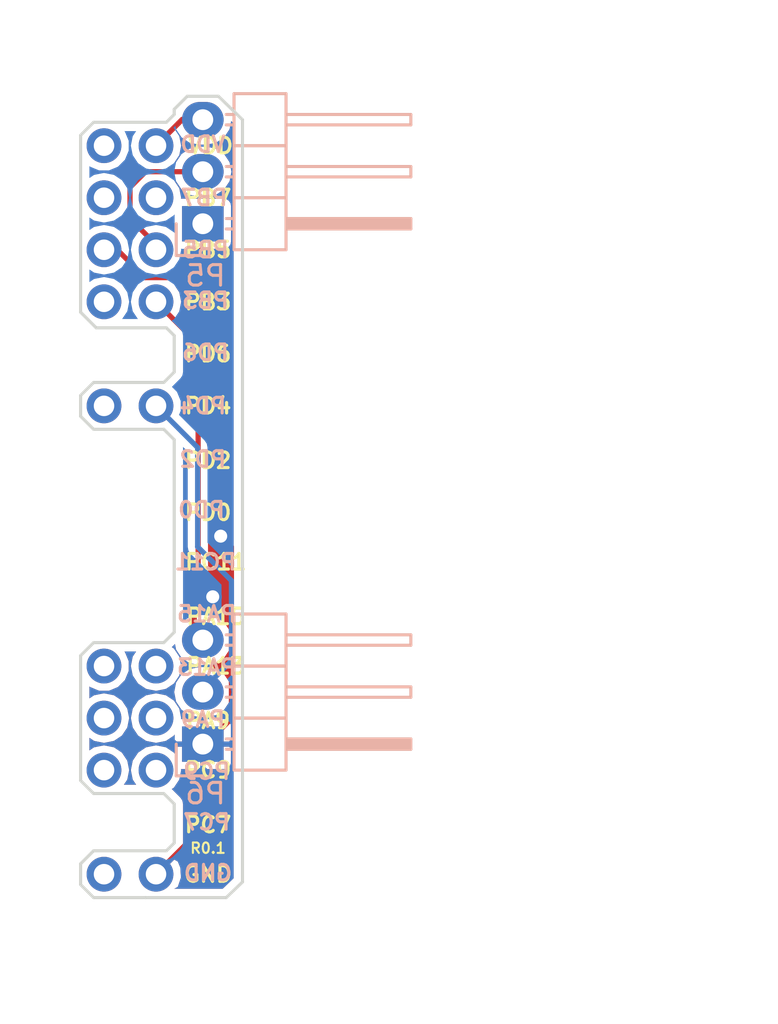
<source format=kicad_pcb>
(kicad_pcb (version 20221018) (generator pcbnew)
  (title_block (title "brain_board_STM32F407_SD_wing-it") (date "2017-01-22") (rev "R0.1") (company "rusEFI by DAECU"))
  (layers (0 "F.Cu" signal) (31 "B.Cu" signal) (34 "B.Paste" user) (35 "F.Paste" user) (36 "B.SilkS" user "B.Silkscreen") (37 "F.SilkS" user "F.Silkscreen") (38 "B.Mask" user) (39 "F.Mask" user) (44 "Edge.Cuts" user))
  (net 0 "")
  (net 1 "/PB3")
  (net 2 "/PB4")
  (net 3 "/PB5")
  (net 4 "/PD4")
  (net 5 "/VDD")
  (net 6 "GND")
  (footprint "Pin_Headers:Pin_Header_Straight_1x01_Pitch2.54mm" (layer "F.Cu") (at 144.78 131.572)
    (fp_text reference "P7" hide)
    (fp_text value "CONN_01X01" hide)
    (pad "1" thru_hole circle (at 0 0) (size 1.7 1.7) (drill 1) (layers "*.Cu" "*.Mask") (net 4 "/PD4"))
  )
  (footprint "Pin_Headers:Pin_Header_Straight_1x01_Pitch2.54mm" (layer "F.Cu") (at 144.78 154.432)
    (fp_text reference "P8" hide)
    (fp_text value "CONN_01X01" hide)
    (pad "1" thru_hole circle (at 0 0) (size 1.7 1.7) (drill 1) (layers "*.Cu" "*.Mask") (net 6 "GND"))
  )
  (footprint "Pin_Headers:Pin_Header_Straight_1x01_Pitch2.54mm" (layer "F.Cu") (at 142.24 131.572)
    (fp_text reference "P11" hide)
    (fp_text value "CONN_01X01" hide)
    (pad "1" thru_hole circle (at 0 0) (size 1.7 1.7) (drill 1) (layers "*.Cu" "*.Mask"))
  )
  (footprint "Pin_Headers:Pin_Header_Straight_1x01_Pitch2.54mm" (layer "F.Cu") (at 141.859 154.432)
    (fp_text reference "P12" hide)
    (fp_text value "CONN_01X01" hide)
    (pad "1" thru_hole circle (at 0.381 0) (size 1.7 1.7) (drill 1) (layers "*.Cu" "*.Mask"))
  )
  (footprint "Pin_Headers:Pin_Header_Straight_2x04_Pitch2.54mm" (layer "F.Cu") (at 142.24 118.872)
    (fp_text reference "P1" hide)
    (fp_text value "CONN_02X04" hide)
    (pad "1" thru_hole circle (at 0 0) (size 1.7 1.7) (drill 1) (layers "*.Cu" "*.Mask"))
    (pad "2" thru_hole oval (at 2.54 0) (size 1.7 1.7) (drill 1) (layers "*.Cu" "*.Mask") (net 5 "/VDD"))
    (pad "3" thru_hole oval (at 0 2.54) (size 1.7 1.7) (drill 1) (layers "*.Cu" "*.Mask"))
    (pad "4" thru_hole oval (at 2.54 2.54) (size 1.7 1.7) (drill 1) (layers "*.Cu" "*.Mask"))
    (pad "5" thru_hole oval (at 0 5.08) (size 1.7 1.7) (drill 1) (layers "*.Cu" "*.Mask") (net 2 "/PB4"))
    (pad "6" thru_hole oval (at 2.54 5.08) (size 1.7 1.7) (drill 1) (layers "*.Cu" "*.Mask") (net 3 "/PB5"))
    (pad "7" thru_hole oval (at 0 7.62) (size 1.7 1.7) (drill 1) (layers "*.Cu" "*.Mask"))
    (pad "8" thru_hole oval (at 2.54 7.62) (size 1.7 1.7) (drill 1) (layers "*.Cu" "*.Mask") (net 1 "/PB3"))
  )
  (footprint "Pin_Headers:Pin_Header_Straight_2x03_Pitch2.54mm" (layer "F.Cu") (at 142.24 144.272)
    (fp_text reference "P2" hide)
    (fp_text value "CONN_02X03" hide)
    (pad "1" thru_hole circle (at 0 0) (size 1.7 1.7) (drill 1) (layers "*.Cu" "*.Mask"))
    (pad "2" thru_hole oval (at 2.54 0) (size 1.7 1.7) (drill 1) (layers "*.Cu" "*.Mask"))
    (pad "3" thru_hole oval (at 0 2.54) (size 1.7 1.7) (drill 1) (layers "*.Cu" "*.Mask"))
    (pad "4" thru_hole oval (at 2.54 2.54) (size 1.7 1.7) (drill 1) (layers "*.Cu" "*.Mask"))
    (pad "5" thru_hole oval (at 0 5.08) (size 1.7 1.7) (drill 1) (layers "*.Cu" "*.Mask"))
    (pad "6" thru_hole oval (at 2.54 5.08) (size 1.7 1.7) (drill 1) (layers "*.Cu" "*.Mask"))
  )
  (footprint "Pin_Headers:Pin_Header_Angled_1x03" (layer "B.Cu") (at 147.066 122.682)
    (fp_text reference "P5" (at 0.127 2.54) (layer "B.SilkS") (effects (justify mirror)))
    (fp_text value "CONN_01X03" hide)
    (fp_line (start -1.3 1.55) (end -1.3 0) (stroke (width 0.15)) (layer "B.SilkS"))
    (fp_line (start 0 1.55) (end -1.3 1.55) (stroke (width 0.15)) (layer "B.SilkS"))
    (fp_line (start 1.524 -6.35) (end 4.064 -6.35) (stroke (width 0.15)) (layer "B.SilkS"))
    (fp_line (start 1.524 -5.334) (end 1.143 -5.334) (stroke (width 0.15)) (layer "B.SilkS"))
    (fp_line (start 1.524 -4.826) (end 1.143 -4.826) (stroke (width 0.15)) (layer "B.SilkS"))
    (fp_line (start 1.524 -3.81) (end 1.524 -6.35) (stroke (width 0.15)) (layer "B.SilkS"))
    (fp_line (start 1.524 -3.81) (end 4.064 -3.81) (stroke (width 0.15)) (layer "B.SilkS"))
    (fp_line (start 1.524 -3.81) (end 4.064 -3.81) (stroke (width 0.15)) (layer "B.SilkS"))
    (fp_line (start 1.524 -2.794) (end 1.143 -2.794) (stroke (width 0.15)) (layer "B.SilkS"))
    (fp_line (start 1.524 -2.286) (end 1.143 -2.286) (stroke (width 0.15)) (layer "B.SilkS"))
    (fp_line (start 1.524 -1.27) (end 1.524 -3.81) (stroke (width 0.15)) (layer "B.SilkS"))
    (fp_line (start 1.524 -1.27) (end 4.064 -1.27) (stroke (width 0.15)) (layer "B.SilkS"))
    (fp_line (start 1.524 -1.27) (end 4.064 -1.27) (stroke (width 0.15)) (layer "B.SilkS"))
    (fp_line (start 1.524 -0.254) (end 1.143 -0.254) (stroke (width 0.15)) (layer "B.SilkS"))
    (fp_line (start 1.524 0.254) (end 1.143 0.254) (stroke (width 0.15)) (layer "B.SilkS"))
    (fp_line (start 1.524 1.27) (end 1.524 -1.27) (stroke (width 0.15)) (layer "B.SilkS"))
    (fp_line (start 1.524 1.27) (end 4.064 1.27) (stroke (width 0.15)) (layer "B.SilkS"))
    (fp_line (start 4.064 -6.35) (end 4.064 -3.81) (stroke (width 0.15)) (layer "B.SilkS"))
    (fp_line (start 4.064 -4.826) (end 10.16 -4.826) (stroke (width 0.15)) (layer "B.SilkS"))
    (fp_line (start 4.064 -3.81) (end 4.064 -1.27) (stroke (width 0.15)) (layer "B.SilkS"))
    (fp_line (start 4.064 -2.286) (end 10.16 -2.286) (stroke (width 0.15)) (layer "B.SilkS"))
    (fp_line (start 4.064 -1.27) (end 4.064 1.27) (stroke (width 0.15)) (layer "B.SilkS"))
    (fp_line (start 4.064 0.254) (end 10.16 0.254) (stroke (width 0.15)) (layer "B.SilkS"))
    (fp_line (start 4.191 -0.127) (end 4.191 0) (stroke (width 0.15)) (layer "B.SilkS"))
    (fp_line (start 4.191 0) (end 10.033 0) (stroke (width 0.15)) (layer "B.SilkS"))
    (fp_line (start 4.191 0.127) (end 10.033 0.127) (stroke (width 0.15)) (layer "B.SilkS"))
    (fp_line (start 10.033 -0.127) (end 4.191 -0.127) (stroke (width 0.15)) (layer "B.SilkS"))
    (fp_line (start 10.033 0.127) (end 10.033 -0.127) (stroke (width 0.15)) (layer "B.SilkS"))
    (fp_line (start 10.16 -5.334) (end 4.064 -5.334) (stroke (width 0.15)) (layer "B.SilkS"))
    (fp_line (start 10.16 -4.826) (end 10.16 -5.334) (stroke (width 0.15)) (layer "B.SilkS"))
    (fp_line (start 10.16 -2.794) (end 4.064 -2.794) (stroke (width 0.15)) (layer "B.SilkS"))
    (fp_line (start 10.16 -2.286) (end 10.16 -2.794) (stroke (width 0.15)) (layer "B.SilkS"))
    (fp_line (start 10.16 -0.254) (end 4.064 -0.254) (stroke (width 0.15)) (layer "B.SilkS"))
    (fp_line (start 10.16 0.254) (end 10.16 -0.254) (stroke (width 0.15)) (layer "B.SilkS"))
    (pad "1" thru_hole rect (at 0 0) (size 2.032 1.7272) (drill 1.016) (layers "*.Cu" "*.Mask") (net 2 "/PB4"))
    (pad "2" thru_hole oval (at 0 -2.54) (size 2.032 1.7272) (drill 1.016) (layers "*.Cu" "*.Mask") (net 3 "/PB5"))
    (pad "3" thru_hole oval (at 0 -5.08) (size 2.032 1.7272) (drill 1.016) (layers "*.Cu" "*.Mask") (net 5 "/VDD"))
  )
  (footprint "Pin_Headers:Pin_Header_Angled_1x03" (layer "B.Cu") (at 147.066 148.082)
    (fp_text reference "P6" (at 0.127 2.413) (layer "B.SilkS") (effects (justify mirror)))
    (fp_text value "CONN_01X03" hide)
    (fp_line (start -1.3 1.55) (end -1.3 0) (stroke (width 0.15)) (layer "B.SilkS"))
    (fp_line (start 0 1.55) (end -1.3 1.55) (stroke (width 0.15)) (layer "B.SilkS"))
    (fp_line (start 1.524 -6.35) (end 4.064 -6.35) (stroke (width 0.15)) (layer "B.SilkS"))
    (fp_line (start 1.524 -5.334) (end 1.143 -5.334) (stroke (width 0.15)) (layer "B.SilkS"))
    (fp_line (start 1.524 -4.826) (end 1.143 -4.826) (stroke (width 0.15)) (layer "B.SilkS"))
    (fp_line (start 1.524 -3.81) (end 1.524 -6.35) (stroke (width 0.15)) (layer "B.SilkS"))
    (fp_line (start 1.524 -3.81) (end 4.064 -3.81) (stroke (width 0.15)) (layer "B.SilkS"))
    (fp_line (start 1.524 -3.81) (end 4.064 -3.81) (stroke (width 0.15)) (layer "B.SilkS"))
    (fp_line (start 1.524 -2.794) (end 1.143 -2.794) (stroke (width 0.15)) (layer "B.SilkS"))
    (fp_line (start 1.524 -2.286) (end 1.143 -2.286) (stroke (width 0.15)) (layer "B.SilkS"))
    (fp_line (start 1.524 -1.27) (end 1.524 -3.81) (stroke (width 0.15)) (layer "B.SilkS"))
    (fp_line (start 1.524 -1.27) (end 4.064 -1.27) (stroke (width 0.15)) (layer "B.SilkS"))
    (fp_line (start 1.524 -1.27) (end 4.064 -1.27) (stroke (width 0.15)) (layer "B.SilkS"))
    (fp_line (start 1.524 -0.254) (end 1.143 -0.254) (stroke (width 0.15)) (layer "B.SilkS"))
    (fp_line (start 1.524 0.254) (end 1.143 0.254) (stroke (width 0.15)) (layer "B.SilkS"))
    (fp_line (start 1.524 1.27) (end 1.524 -1.27) (stroke (width 0.15)) (layer "B.SilkS"))
    (fp_line (start 1.524 1.27) (end 4.064 1.27) (stroke (width 0.15)) (layer "B.SilkS"))
    (fp_line (start 4.064 -6.35) (end 4.064 -3.81) (stroke (width 0.15)) (layer "B.SilkS"))
    (fp_line (start 4.064 -4.826) (end 10.16 -4.826) (stroke (width 0.15)) (layer "B.SilkS"))
    (fp_line (start 4.064 -3.81) (end 4.064 -1.27) (stroke (width 0.15)) (layer "B.SilkS"))
    (fp_line (start 4.064 -2.286) (end 10.16 -2.286) (stroke (width 0.15)) (layer "B.SilkS"))
    (fp_line (start 4.064 -1.27) (end 4.064 1.27) (stroke (width 0.15)) (layer "B.SilkS"))
    (fp_line (start 4.064 0.254) (end 10.16 0.254) (stroke (width 0.15)) (layer "B.SilkS"))
    (fp_line (start 4.191 -0.127) (end 4.191 0) (stroke (width 0.15)) (layer "B.SilkS"))
    (fp_line (start 4.191 0) (end 10.033 0) (stroke (width 0.15)) (layer "B.SilkS"))
    (fp_line (start 4.191 0.127) (end 10.033 0.127) (stroke (width 0.15)) (layer "B.SilkS"))
    (fp_line (start 10.033 -0.127) (end 4.191 -0.127) (stroke (width 0.15)) (layer "B.SilkS"))
    (fp_line (start 10.033 0.127) (end 10.033 -0.127) (stroke (width 0.15)) (layer "B.SilkS"))
    (fp_line (start 10.16 -5.334) (end 4.064 -5.334) (stroke (width 0.15)) (layer "B.SilkS"))
    (fp_line (start 10.16 -4.826) (end 10.16 -5.334) (stroke (width 0.15)) (layer "B.SilkS"))
    (fp_line (start 10.16 -2.794) (end 4.064 -2.794) (stroke (width 0.15)) (layer "B.SilkS"))
    (fp_line (start 10.16 -2.286) (end 10.16 -2.794) (stroke (width 0.15)) (layer "B.SilkS"))
    (fp_line (start 10.16 -0.254) (end 4.064 -0.254) (stroke (width 0.15)) (layer "B.SilkS"))
    (fp_line (start 10.16 0.254) (end 10.16 -0.254) (stroke (width 0.15)) (layer "B.SilkS"))
    (pad "1" thru_hole rect (at 0 0) (size 2.032 1.7272) (drill 1.016) (layers "*.Cu" "*.Mask") (net 6 "GND"))
    (pad "2" thru_hole oval (at 0 -2.54) (size 2.032 1.7272) (drill 1.016) (layers "*.Cu" "*.Mask") (net 4 "/PD4"))
    (pad "3" thru_hole oval (at 0 -5.08) (size 2.032 1.7272) (drill 1.016) (layers "*.Cu" "*.Mask") (net 1 "/PB3"))
  )
  (gr_line (start 141.097 118.364) (end 141.732 117.729) (stroke (width 0.15)) (layer "Edge.Cuts"))
  (gr_line (start 145.288 130.302) (end 145.669 129.921) (stroke (width 0.15)) (layer "Edge.Cuts"))
  (gr_line (start 141.859 127.762) (end 141.097 127) (stroke (width 0.15)) (layer "Edge.Cuts"))
  (gr_line (start 141.097 153.924) (end 141.732 153.289) (stroke (width 0.15)) (layer "Edge.Cuts"))
  (gr_line (start 145.288 153.289) (end 145.415 153.162) (stroke (width 0.15)) (layer "Edge.Cuts"))
  (gr_line (start 145.288 127.762) (end 141.859 127.762) (stroke (width 0.15)) (layer "Edge.Cuts"))
  (gr_line (start 145.669 142.621) (end 145.669 133.223) (stroke (width 0.15)) (layer "Edge.Cuts"))
  (gr_line (start 141.097 149.86) (end 141.732 150.495) (stroke (width 0.15)) (layer "Edge.Cuts"))
  (gr_line (start 145.288 117.729) (end 145.669 117.348) (stroke (width 0.15)) (layer "Edge.Cuts"))
  (gr_line (start 149.003 154.813) (end 148.209 155.575) (stroke (width 0.15)) (layer "Edge.Cuts"))
  (gr_line (start 141.097 118.364) (end 141.097 127) (stroke (width 0.15)) (layer "Edge.Cuts"))
  (gr_line (start 145.669 129.921) (end 145.669 128.143) (stroke (width 0.15)) (layer "Edge.Cuts"))
  (gr_line (start 145.669 133.223) (end 145.288 132.842) (stroke (width 0.15)) (layer "Edge.Cuts"))
  (gr_line (start 141.097 143.764) (end 141.097 149.86) (stroke (width 0.15)) (layer "Edge.Cuts"))
  (gr_line (start 144.272 155.575) (end 148.209 155.575) (stroke (width 0.15)) (layer "Edge.Cuts"))
  (gr_line (start 145.669 117.348) (end 145.669 117.094) (stroke (width 0.15)) (layer "Edge.Cuts"))
  (gr_line (start 141.732 130.429) (end 141.097 131.064) (stroke (width 0.15)) (layer "Edge.Cuts"))
  (gr_line (start 141.732 143.129) (end 145.161 143.129) (stroke (width 0.15)) (layer "Edge.Cuts"))
  (gr_line (start 141.097 132.08) (end 141.732 132.715) (stroke (width 0.15)) (layer "Edge.Cuts"))
  (gr_line (start 145.288 130.302) (end 145.161 130.429) (stroke (width 0.15)) (layer "Edge.Cuts"))
  (gr_line (start 145.161 143.129) (end 145.669 142.621) (stroke (width 0.15)) (layer "Edge.Cuts"))
  (gr_line (start 145.161 132.715) (end 145.288 132.842) (stroke (width 0.15)) (layer "Edge.Cuts"))
  (gr_line (start 141.097 154.94) (end 141.097 153.924) (stroke (width 0.15)) (layer "Edge.Cuts"))
  (gr_line (start 145.669 151.003) (end 145.669 152.908) (stroke (width 0.15)) (layer "Edge.Cuts"))
  (gr_line (start 141.732 153.289) (end 145.288 153.289) (stroke (width 0.15)) (layer "Edge.Cuts"))
  (gr_line (start 141.732 150.495) (end 145.161 150.495) (stroke (width 0.15)) (layer "Edge.Cuts"))
  (gr_line (start 145.415 153.162) (end 145.669 152.908) (stroke (width 0.15)) (layer "Edge.Cuts"))
  (gr_line (start 141.097 131.064) (end 141.097 132.08) (stroke (width 0.15)) (layer "Edge.Cuts"))
  (gr_line (start 141.732 155.575) (end 141.097 154.94) (stroke (width 0.15)) (layer "Edge.Cuts"))
  (gr_line (start 147.828 116.459) (end 149.003 117.602) (stroke (width 0.15)) (layer "Edge.Cuts"))
  (gr_line (start 145.669 128.143) (end 145.288 127.762) (stroke (width 0.15)) (layer "Edge.Cuts"))
  (gr_line (start 145.161 130.429) (end 141.732 130.429) (stroke (width 0.15)) (layer "Edge.Cuts"))
  (gr_line (start 144.272 155.575) (end 141.732 155.575) (stroke (width 0.15)) (layer "Edge.Cuts"))
  (gr_line (start 145.669 117.094) (end 146.304 116.459) (stroke (width 0.15)) (layer "Edge.Cuts"))
  (gr_line (start 147.828 116.459) (end 146.304 116.459) (stroke (width 0.15)) (layer "Edge.Cuts"))
  (gr_line (start 149.003 117.602) (end 149.003 154.813) (stroke (width 0.15)) (layer "Edge.Cuts"))
  (gr_line (start 141.732 117.729) (end 145.288 117.729) (stroke (width 0.15)) (layer "Edge.Cuts"))
  (gr_line (start 141.097 143.764) (end 141.732 143.129) (stroke (width 0.15)) (layer "Edge.Cuts"))
  (gr_line (start 145.161 150.495) (end 145.669 151.003) (stroke (width 0.15)) (layer "Edge.Cuts"))
  (gr_line (start 141.732 132.715) (end 145.161 132.715) (stroke (width 0.15)) (layer "Edge.Cuts"))
  (gr_text "PC7" (at 147.2565 151.892) (layer "B.SilkS") (effects (font (size 0.762 0.762) (thickness 0.1524)) (justify mirror)))
  (gr_text "PC9" (at 147.2565 149.4155) (layer "B.SilkS") (effects (font (size 0.762 0.762) (thickness 0.1524)) (justify mirror)))
  (gr_text "PA9" (at 147.066 146.8755) (layer "B.SilkS") (effects (font (size 0.762 0.762) (thickness 0.1524)) (justify mirror)))
  (gr_text "PA13" (at 147.2565 144.3355) (layer "B.SilkS") (effects (font (size 0.762 0.762) (thickness 0.1524)) (justify mirror)))
  (gr_text "PA15" (at 147.2565 141.732) (layer "B.SilkS") (effects (font (size 0.762 0.762) (thickness 0.1524)) (justify mirror)))
  (gr_text "PC11" (at 147.193 139.192) (layer "B.SilkS") (effects (font (size 0.762 0.762) (thickness 0.1524)) (justify mirror)))
  (gr_text "PD0" (at 147.0025 136.652) (layer "B.SilkS") (effects (font (size 0.762 0.762) (thickness 0.1524)) (justify mirror)))
  (gr_text "PD2" (at 147.066 134.1755) (layer "B.SilkS") (effects (font (size 0.762 0.762) (thickness 0.1524)) (justify mirror)))
  (gr_text "PD4" (at 147.066 131.572) (layer "B.SilkS") (effects (font (size 0.762 0.762) (thickness 0.1524)) (justify mirror)))
  (gr_text "PD6" (at 147.193 128.9685) (layer "B.SilkS") (effects (font (size 0.762 0.762) (thickness 0.1524)) (justify mirror)))
  (gr_text "PB3" (at 147.193 126.4285) (layer "B.SilkS") (effects (font (size 0.762 0.762) (thickness 0.1524)) (justify mirror)))
  (gr_text "PB5" (at 147.193 123.952) (layer "B.SilkS") (effects (font (size 0.762 0.762) (thickness 0.1524)) (justify mirror)))
  (gr_text "PB7" (at 147.1295 121.412) (layer "B.SilkS") (effects (font (size 0.762 0.762) (thickness 0.1524)) (justify mirror)))
  (gr_text "VDD" (at 147.066 118.8085) (layer "B.SilkS") (effects (font (size 0.762 0.762) (thickness 0.1524)) (justify mirror)))
  (gr_text "GND" (at 147.32 154.3685) (layer "B.SilkS") (effects (font (size 0.762 0.762) (thickness 0.1524)) (justify mirror)))
  (gr_text "PC7" (at 147.32 152.019) (layer "F.SilkS") (effects (font (size 0.762 0.762) (thickness 0.1524))))
  (gr_text "PB7" (at 147.32 121.412) (layer "F.SilkS") (effects (font (size 0.762 0.762) (thickness 0.1524))))
  (gr_text "PB3" (at 147.32 126.492) (layer "F.SilkS") (effects (font (size 0.762 0.762) (thickness 0.1524))))
  (gr_text "GND" (at 147.32 154.432) (layer "F.SilkS") (effects (font (size 0.762 0.762) (thickness 0.1524))))
  (gr_text "PC11" (at 147.701 139.192) (layer "F.SilkS") (effects (font (size 0.762 0.762) (thickness 0.1524))))
  (gr_text "PB5" (at 147.32 123.952) (layer "F.SilkS") (effects (font (size 0.762 0.762) (thickness 0.1524))))
  (gr_text "PC9" (at 147.32 149.352) (layer "F.SilkS") (effects (font (size 0.762 0.762) (thickness 0.1524))))
  (gr_text "PD6" (at 147.32 129.032) (layer "F.SilkS") (effects (font (size 0.762 0.762) (thickness 0.1524))))
  (gr_text "R0.1" (at 147.32 153.162) (layer "F.SilkS") (effects (font (size 0.508 0.508) (thickness 0.1016))))
  (gr_text "PA9" (at 147.32 146.939) (layer "F.SilkS") (effects (font (size 0.762 0.762) (thickness 0.1524))))
  (gr_text "PA13" (at 147.701 144.272) (layer "F.SilkS") (effects (font (size 0.762 0.762) (thickness 0.1524))))
  (gr_text "VDD" (at 147.447 118.872) (layer "F.SilkS") (effects (font (size 0.762 0.762) (thickness 0.1524))))
  (gr_text "PA15" (at 147.701 141.859) (layer "F.SilkS") (effects (font (size 0.762 0.762) (thickness 0.1524))))
  (gr_text "PD4" (at 147.32 131.572) (layer "F.SilkS") (effects (font (size 0.762 0.762) (thickness 0.1524))))
  (gr_text "PD0" (at 147.32 136.779) (layer "F.SilkS") (effects (font (size 0.762 0.762) (thickness 0.1524))))
  (gr_text "PD2" (at 147.32 134.239) (layer "F.SilkS") (effects (font (size 0.762 0.762) (thickness 0.1524))))
  (segment (start 146.6469 142.7353) (end 146.6469 140.373985) (width 0.254) (layer "F.Cu") (net 1))
  (segment (start 145.629999 127.341999) (end 144.78 126.492) (width 0.254) (layer "F.Cu") (net 1))
  (segment (start 144.78 126.492) (end 144.671415 126.492) (width 0.254) (layer "F.Cu") (net 1))
  (segment (start 147.066 143.002) (end 146.9136 143.002) (width 0.254) (layer "F.Cu") (net 1))
  (segment (start 146.83688 128.54888) (end 145.629999 127.341999) (width 0.254) (layer "F.Cu") (net 1))
  (segment (start 146.9136 143.002) (end 146.6469 142.7353) (width 0.254) (layer "F.Cu") (net 1))
  (segment (start 146.83688 140.184005) (end 146.83688 128.54888) (width 0.254) (layer "F.Cu") (net 1))
  (segment (start 146.6469 140.373985) (end 146.83688 140.184005) (width 0.254) (layer "F.Cu") (net 1))
  (segment (start 142.24 123.952) (end 142.887 123.952) (width 0.254) (layer "F.Cu") (net 2))
  (segment (start 144.246799 125.311799) (end 145.633846 125.311799) (width 0.254) (layer "F.Cu") (net 2))
  (segment (start 145.633846 125.311799) (end 147.066 123.879645) (width 0.254) (layer "F.Cu") (net 2))
  (segment (start 147.066 123.879645) (end 147.066 122.682) (width 0.254) (layer "F.Cu") (net 2))
  (segment (start 142.887 123.952) (end 144.246799 125.311799) (width 0.254) (layer "F.Cu") (net 2))
  (segment (start 144.78 123.698) (end 143.51 122.428) (width 0.254) (layer "F.Cu") (net 3))
  (segment (start 143.51 122.428) (end 143.51 120.904) (width 0.254) (layer "F.Cu") (net 3))
  (segment (start 143.51 120.904) (end 144.272 120.142) (width 0.254) (layer "F.Cu") (net 3))
  (segment (start 144.272 120.142) (end 147.066 120.142) (width 0.254) (layer "F.Cu") (net 3))
  (segment (start 144.78 123.952) (end 144.78 123.698) (width 0.254) (layer "F.Cu") (net 3))
  (segment (start 144.78 123.952) (end 144.78 123.825) (width 0.254) (layer "B.Cu") (net 3))
  (segment (start 148.463 140.101955) (end 146.812 138.450955) (width 0.254) (layer "B.Cu") (net 4))
  (segment (start 148.463 144.018) (end 148.463 140.101955) (width 0.254) (layer "B.Cu") (net 4))
  (segment (start 146.812 133.604) (end 144.78 131.572) (width 0.254) (layer "B.Cu") (net 4))
  (segment (start 147.066 145.542) (end 147.066 145.415) (width 0.254) (layer "B.Cu") (net 4))
  (segment (start 146.812 138.450955) (end 146.812 133.604) (width 0.254) (layer "B.Cu") (net 4))
  (segment (start 147.066 145.415) (end 148.463 144.018) (width 0.254) (layer "B.Cu") (net 4))
  (segment (start 146.05 117.602) (end 145.883 117.769) (width 0.254) (layer "F.Cu") (net 5))
  (segment (start 145.883 117.769) (end 146.068296 117.583704) (width 0.254) (layer "F.Cu") (net 5))
  (segment (start 145.883 117.769) (end 144.78 118.872) (width 0.254) (layer "F.Cu") (net 5))
  (segment (start 144.78 118.872) (end 145.883 117.769) (width 0.254) (layer "F.Cu") (net 5))
  (segment (start 147.066 117.602) (end 146.05 117.602) (width 0.254) (layer "F.Cu") (net 5))
  (segment (start 147.066 152.146) (end 144.78 154.432) (width 0.254) (layer "F.Cu") (net 6))
  (segment (start 147.93849 137.931525) (end 147.93849 140.503275) (width 0.254) (layer "F.Cu") (net 6))
  (segment (start 147.066 148.082) (end 147.2184 148.082) (width 0.254) (layer "F.Cu") (net 6))
  (segment (start 147.066 148.082) (end 147.066 152.146) (width 0.254) (layer "F.Cu") (net 6))
  (segment (start 147.2184 148.082) (end 148.463 146.8374) (width 0.254) (layer "F.Cu") (net 6))
  (segment (start 148.382989 138.376024) (end 147.93849 137.931525) (width 0.254) (layer "F.Cu") (net 6))
  (segment (start 148.463 138.456035) (end 148.382989 138.376024) (width 0.254) (layer "F.Cu") (net 6))
  (segment (start 148.463 146.8374) (end 148.463 138.456035) (width 0.254) (layer "F.Cu") (net 6))
  (segment (start 147.93849 140.503275) (end 147.54987 140.891895) (width 0.254) (layer "F.Cu") (net 6))
  (via (at 147.54987 140.891895) (size 0.889) (drill 0.635) (layers "F.Cu" "B.Cu") (net 6))
  (via (at 147.93849 137.931525) (size 0.889) (drill 0.635) (layers "F.Cu" "B.Cu") (net 6))
  (zone (net 6) (net_name "GND") (layer "F.Cu") (connect_pads (clearance 0.2286)) (min_thickness 0.254) (fill yes (thermal_gap 0.2286) (thermal_bridge_width 0.508))
    (polygon (pts (xy 152.4 157.48) (xy 139.7 157.48) (xy 139.7 114.3) (xy 152.4 114.3)))
  )
  (zone (net 6) (net_name "GND") (layer "B.Cu") (connect_pads (clearance 0.2286)) (min_thickness 0.254) (fill yes (thermal_gap 0.2286) (thermal_bridge_width 0.508))
    (polygon (pts (xy 137.16 111.76) (xy 154.94 111.76) (xy 154.94 160.02) (xy 137.16 160.02)))
  )
)
</source>
